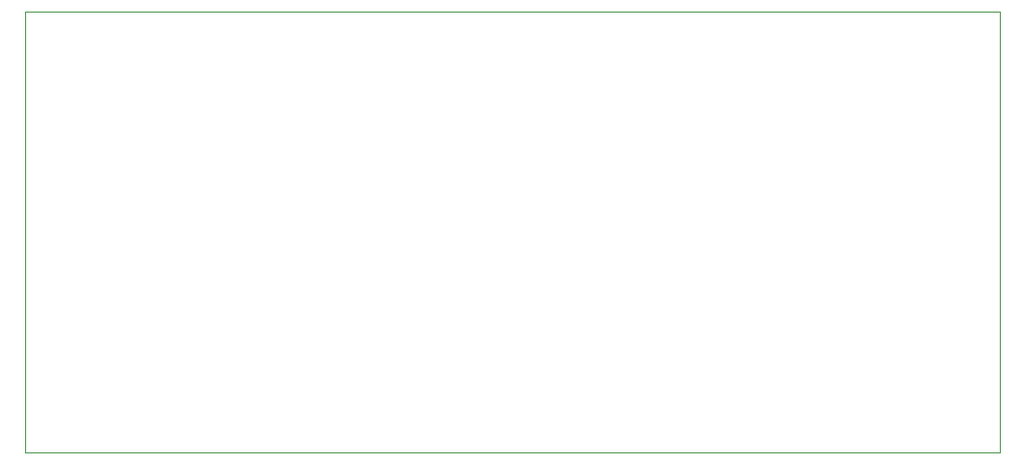
<source format=gbr>
G04 #@! TF.FileFunction,Profile,NP*
%FSLAX46Y46*%
G04 Gerber Fmt 4.6, Leading zero omitted, Abs format (unit mm)*
G04 Created by KiCad (PCBNEW 4.0.6-e0-6349~53~ubuntu16.04.1) date Thu Jun 15 10:56:05 2017*
%MOMM*%
%LPD*%
G01*
G04 APERTURE LIST*
%ADD10C,0.100000*%
G04 APERTURE END LIST*
D10*
X94488000Y-82296000D02*
X94488000Y-43688000D01*
X99568000Y-82296000D02*
X94488000Y-82296000D01*
X179832000Y-82296000D02*
X99568000Y-82296000D01*
X179832000Y-43688000D02*
X179832000Y-82296000D01*
X94488000Y-43688000D02*
X179832000Y-43688000D01*
M02*

</source>
